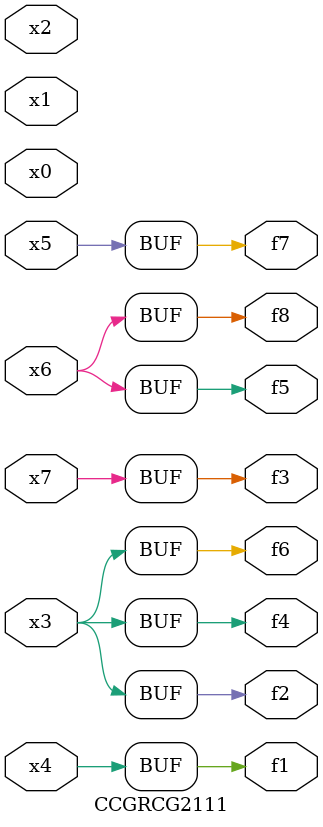
<source format=v>
module CCGRCG2111(
	input x0, x1, x2, x3, x4, x5, x6, x7,
	output f1, f2, f3, f4, f5, f6, f7, f8
);
	assign f1 = x4;
	assign f2 = x3;
	assign f3 = x7;
	assign f4 = x3;
	assign f5 = x6;
	assign f6 = x3;
	assign f7 = x5;
	assign f8 = x6;
endmodule

</source>
